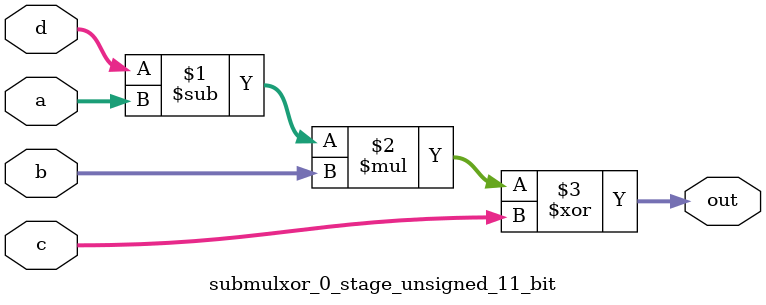
<source format=sv>
(* use_dsp = "yes" *) module submulxor_0_stage_unsigned_11_bit(
	input  [10:0] a,
	input  [10:0] b,
	input  [10:0] c,
	input  [10:0] d,
	output [10:0] out
	);

	assign out = ((d - a) * b) ^ c;
endmodule

</source>
